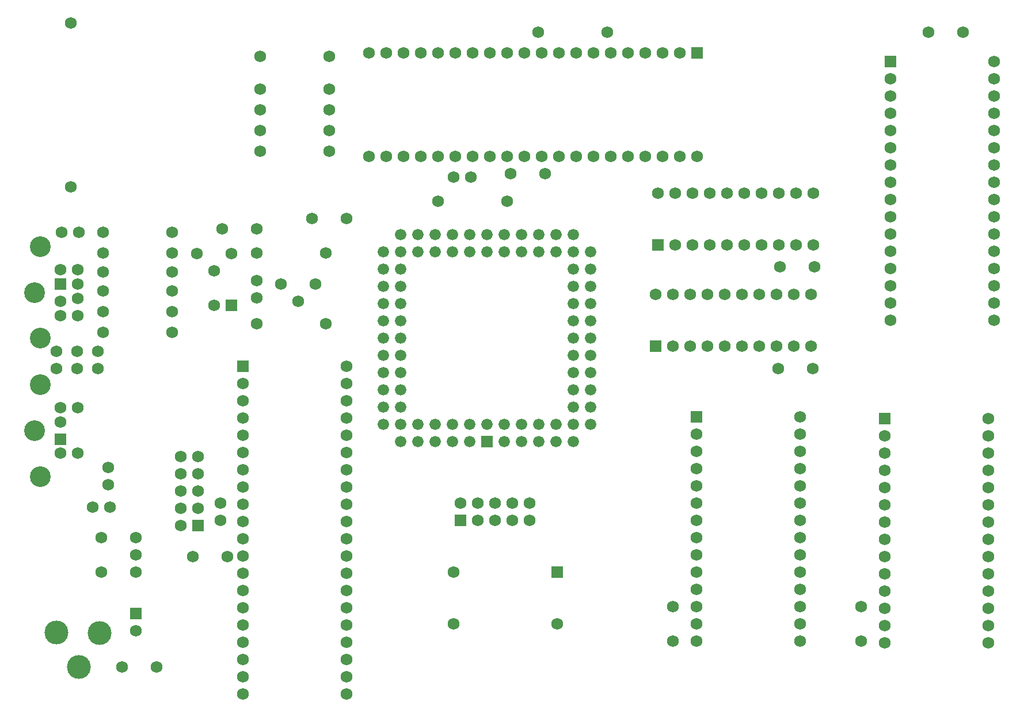
<source format=gbs>
%FSLAX25Y25*%
%MOIN*%
G70*
G01*
G75*
G04 Layer_Color=16711935*
%ADD10R,0.06800X0.06800*%
%ADD11C,0.06800*%
%ADD12R,0.06800X0.06800*%
%ADD13C,0.13800*%
%ADD14C,0.12000*%
%ADD15C,0.06600*%
%ADD16R,0.06600X0.06600*%
D10*
X515000Y391000D02*
D03*
X322000Y95000D02*
D03*
X402900Y185016D02*
D03*
X133500Y249500D02*
D03*
X511700Y184016D02*
D03*
X140300Y214248D02*
D03*
X266000Y125000D02*
D03*
D11*
X515000Y381000D02*
D03*
Y371000D02*
D03*
Y361000D02*
D03*
Y351000D02*
D03*
Y341000D02*
D03*
Y331000D02*
D03*
Y321000D02*
D03*
Y311000D02*
D03*
Y301000D02*
D03*
Y291000D02*
D03*
Y281000D02*
D03*
Y271000D02*
D03*
Y261000D02*
D03*
Y251000D02*
D03*
Y241000D02*
D03*
X575000Y391000D02*
D03*
Y381000D02*
D03*
Y371000D02*
D03*
Y361000D02*
D03*
Y351000D02*
D03*
Y341000D02*
D03*
Y331000D02*
D03*
Y321000D02*
D03*
Y311000D02*
D03*
Y301000D02*
D03*
Y291000D02*
D03*
Y281000D02*
D03*
Y271000D02*
D03*
Y261000D02*
D03*
Y251000D02*
D03*
Y241000D02*
D03*
X78000Y61000D02*
D03*
X90000Y40000D02*
D03*
X70000D02*
D03*
X113500Y279500D02*
D03*
X123500Y269500D02*
D03*
X133500Y279500D02*
D03*
X389000Y75000D02*
D03*
Y55000D02*
D03*
X322000Y65000D02*
D03*
X262000D02*
D03*
Y95000D02*
D03*
X450000Y213000D02*
D03*
X470000D02*
D03*
X462900Y55016D02*
D03*
Y65016D02*
D03*
Y75016D02*
D03*
Y85016D02*
D03*
Y95016D02*
D03*
Y105016D02*
D03*
Y115016D02*
D03*
Y125016D02*
D03*
Y135016D02*
D03*
Y145016D02*
D03*
Y155016D02*
D03*
Y165016D02*
D03*
Y175016D02*
D03*
Y185016D02*
D03*
X402900Y55016D02*
D03*
Y65016D02*
D03*
Y75016D02*
D03*
Y85016D02*
D03*
Y95016D02*
D03*
Y105016D02*
D03*
Y115016D02*
D03*
Y125016D02*
D03*
Y135016D02*
D03*
Y145016D02*
D03*
Y155016D02*
D03*
Y165016D02*
D03*
Y175016D02*
D03*
X451000Y272000D02*
D03*
X471000D02*
D03*
X389000Y226000D02*
D03*
X399000D02*
D03*
X409000D02*
D03*
X419000D02*
D03*
X429000D02*
D03*
X439000D02*
D03*
X449000D02*
D03*
X459000D02*
D03*
X469000D02*
D03*
X379000Y256000D02*
D03*
X389000D02*
D03*
X399000D02*
D03*
X409000D02*
D03*
X419000D02*
D03*
X429000D02*
D03*
X439000D02*
D03*
X449000D02*
D03*
X459000D02*
D03*
X469000D02*
D03*
X390429Y284500D02*
D03*
X400429D02*
D03*
X410429D02*
D03*
X420429D02*
D03*
X430429D02*
D03*
X440429D02*
D03*
X450429D02*
D03*
X460429D02*
D03*
X470429D02*
D03*
X380429Y314500D02*
D03*
X390429D02*
D03*
X400429D02*
D03*
X410429D02*
D03*
X420429D02*
D03*
X430429D02*
D03*
X440429D02*
D03*
X450429D02*
D03*
X460429D02*
D03*
X470429D02*
D03*
X315000Y326000D02*
D03*
X295000D02*
D03*
X272000Y324000D02*
D03*
X262000D02*
D03*
X253000Y310000D02*
D03*
X293000D02*
D03*
X351000Y408000D02*
D03*
X311000D02*
D03*
X393000Y396000D02*
D03*
X383000D02*
D03*
X373000D02*
D03*
X363000D02*
D03*
X353000D02*
D03*
X343000D02*
D03*
X333000D02*
D03*
X323000D02*
D03*
X313000D02*
D03*
X303000D02*
D03*
X293000D02*
D03*
X283000D02*
D03*
X273000D02*
D03*
X263000D02*
D03*
X253000D02*
D03*
X243000D02*
D03*
X233000D02*
D03*
X223000D02*
D03*
X213000D02*
D03*
X403000Y336000D02*
D03*
X393000D02*
D03*
X383000D02*
D03*
X373000D02*
D03*
X363000D02*
D03*
X353000D02*
D03*
X343000D02*
D03*
X333000D02*
D03*
X323000D02*
D03*
X313000D02*
D03*
X303000D02*
D03*
X293000D02*
D03*
X283000D02*
D03*
X273000D02*
D03*
X263000D02*
D03*
X253000D02*
D03*
X243000D02*
D03*
X233000D02*
D03*
X223000D02*
D03*
X213000D02*
D03*
X40500Y413250D02*
D03*
Y318250D02*
D03*
X557000Y408000D02*
D03*
X537000D02*
D03*
X111000Y104000D02*
D03*
X131000D02*
D03*
X127000Y125000D02*
D03*
Y135000D02*
D03*
X104000Y162000D02*
D03*
X114000D02*
D03*
X104000Y152000D02*
D03*
X114000D02*
D03*
X104000Y142000D02*
D03*
X114000D02*
D03*
X104000Y132000D02*
D03*
X114000D02*
D03*
X104000Y122000D02*
D03*
X123500Y249500D02*
D03*
X148000Y294000D02*
D03*
X128000D02*
D03*
X148000Y254000D02*
D03*
Y264000D02*
D03*
X162000Y262000D02*
D03*
X172000Y252000D02*
D03*
X182000Y262000D02*
D03*
X148000Y280000D02*
D03*
X188000D02*
D03*
X148000Y239000D02*
D03*
X188000D02*
D03*
X150000Y375000D02*
D03*
X190000D02*
D03*
Y363000D02*
D03*
X150000D02*
D03*
X190000Y351000D02*
D03*
X150000D02*
D03*
Y339000D02*
D03*
X190000D02*
D03*
X150000Y394000D02*
D03*
X190000D02*
D03*
X59000Y234000D02*
D03*
X99000D02*
D03*
X59000Y246000D02*
D03*
X99000D02*
D03*
X59000Y269000D02*
D03*
X99000D02*
D03*
X59000Y258000D02*
D03*
X99000D02*
D03*
X59000Y292000D02*
D03*
X99000D02*
D03*
X59000Y280000D02*
D03*
X99000D02*
D03*
X32000Y213000D02*
D03*
Y223000D02*
D03*
X45000Y292000D02*
D03*
X35000D02*
D03*
X58000Y95000D02*
D03*
Y115000D02*
D03*
X78000D02*
D03*
Y105000D02*
D03*
Y95000D02*
D03*
X34600Y251900D02*
D03*
Y270400D02*
D03*
X44500Y262000D02*
D03*
X34600Y243600D02*
D03*
X44400Y270400D02*
D03*
X44500Y253500D02*
D03*
X44400Y243600D02*
D03*
X34600Y182100D02*
D03*
Y163800D02*
D03*
Y190200D02*
D03*
X44400Y163800D02*
D03*
Y190200D02*
D03*
X56000Y223000D02*
D03*
Y213000D02*
D03*
X44000D02*
D03*
Y223000D02*
D03*
X62000Y145500D02*
D03*
Y155500D02*
D03*
X63000Y132500D02*
D03*
X53000D02*
D03*
X200000Y300000D02*
D03*
X180000D02*
D03*
X498000Y75000D02*
D03*
Y55000D02*
D03*
X571700Y54016D02*
D03*
Y64016D02*
D03*
Y74016D02*
D03*
Y84016D02*
D03*
Y94016D02*
D03*
Y104016D02*
D03*
Y114016D02*
D03*
Y124016D02*
D03*
Y134016D02*
D03*
Y144016D02*
D03*
Y154016D02*
D03*
Y164016D02*
D03*
Y174016D02*
D03*
Y184016D02*
D03*
X511700Y54016D02*
D03*
Y64016D02*
D03*
Y74016D02*
D03*
Y84016D02*
D03*
Y94016D02*
D03*
Y104016D02*
D03*
Y114016D02*
D03*
Y124016D02*
D03*
Y134016D02*
D03*
Y144016D02*
D03*
Y154016D02*
D03*
Y164016D02*
D03*
Y174016D02*
D03*
X140300Y204248D02*
D03*
Y194248D02*
D03*
Y184248D02*
D03*
Y174248D02*
D03*
Y164248D02*
D03*
Y154248D02*
D03*
Y144248D02*
D03*
Y134248D02*
D03*
Y124248D02*
D03*
Y114248D02*
D03*
Y104248D02*
D03*
Y94248D02*
D03*
Y84248D02*
D03*
Y74248D02*
D03*
Y64248D02*
D03*
Y54248D02*
D03*
Y44248D02*
D03*
Y34248D02*
D03*
Y24248D02*
D03*
X200300Y214248D02*
D03*
Y204248D02*
D03*
Y194248D02*
D03*
Y184248D02*
D03*
Y174248D02*
D03*
Y164248D02*
D03*
Y154248D02*
D03*
Y144248D02*
D03*
Y134248D02*
D03*
Y124248D02*
D03*
Y114248D02*
D03*
Y104248D02*
D03*
Y94248D02*
D03*
Y84248D02*
D03*
Y74248D02*
D03*
Y64248D02*
D03*
Y54248D02*
D03*
Y44248D02*
D03*
Y34248D02*
D03*
Y24248D02*
D03*
X306000Y135000D02*
D03*
Y125000D02*
D03*
X296000Y135000D02*
D03*
Y125000D02*
D03*
X286000Y135000D02*
D03*
Y125000D02*
D03*
X276000Y135000D02*
D03*
Y125000D02*
D03*
X266000Y135000D02*
D03*
D12*
X78000Y71000D02*
D03*
X379000Y226000D02*
D03*
X380429Y284500D02*
D03*
X403000Y396000D02*
D03*
X114000Y122000D02*
D03*
X34600Y262100D02*
D03*
Y171900D02*
D03*
D13*
X57000Y59500D02*
D03*
X45000Y40000D02*
D03*
X32000Y60000D02*
D03*
D14*
X22800Y230500D02*
D03*
X19600Y257000D02*
D03*
X22800Y283500D02*
D03*
Y150400D02*
D03*
X19600Y177000D02*
D03*
X22800Y203600D02*
D03*
D15*
X271500Y180500D02*
D03*
Y170500D02*
D03*
X261500Y180500D02*
D03*
Y170500D02*
D03*
X251500Y180500D02*
D03*
Y170500D02*
D03*
X241500Y180500D02*
D03*
Y170500D02*
D03*
X231500Y180500D02*
D03*
Y170500D02*
D03*
X221500Y180500D02*
D03*
X231500Y190500D02*
D03*
X221500D02*
D03*
X231500Y200500D02*
D03*
X221500D02*
D03*
X231500Y210500D02*
D03*
X221500D02*
D03*
X231500Y220500D02*
D03*
X221500D02*
D03*
X231500Y230500D02*
D03*
X221500D02*
D03*
X231500Y240500D02*
D03*
X221500D02*
D03*
X231500Y250500D02*
D03*
X221500D02*
D03*
X231500Y260500D02*
D03*
X221500D02*
D03*
X231500Y270500D02*
D03*
X221500D02*
D03*
X231500Y280500D02*
D03*
X221500D02*
D03*
X231500Y290500D02*
D03*
X241500Y280500D02*
D03*
Y290500D02*
D03*
X251500Y280500D02*
D03*
Y290500D02*
D03*
X261500Y280500D02*
D03*
Y290500D02*
D03*
X271500Y280500D02*
D03*
Y290500D02*
D03*
X281500Y280500D02*
D03*
Y290500D02*
D03*
X291500Y280500D02*
D03*
Y290500D02*
D03*
X301500Y280500D02*
D03*
Y290500D02*
D03*
X311500Y280500D02*
D03*
Y290500D02*
D03*
X321500Y280500D02*
D03*
Y290500D02*
D03*
X331500Y280500D02*
D03*
Y290500D02*
D03*
X341500Y280500D02*
D03*
X331500Y270500D02*
D03*
X341500D02*
D03*
X331500Y260500D02*
D03*
X341500D02*
D03*
X331500Y250500D02*
D03*
X341500D02*
D03*
X331500Y240500D02*
D03*
X341500D02*
D03*
X331500Y230500D02*
D03*
X341500D02*
D03*
X331500Y220500D02*
D03*
X341500D02*
D03*
X331500Y210500D02*
D03*
X341500D02*
D03*
X331500Y200500D02*
D03*
X341500D02*
D03*
X331500Y190500D02*
D03*
X341500D02*
D03*
X331500Y180500D02*
D03*
X341500D02*
D03*
X331500Y170500D02*
D03*
X321500Y180500D02*
D03*
Y170500D02*
D03*
X311500Y180500D02*
D03*
Y170500D02*
D03*
X301500Y180500D02*
D03*
Y170500D02*
D03*
X291500Y180500D02*
D03*
Y170500D02*
D03*
X281500Y180500D02*
D03*
D16*
Y170500D02*
D03*
M02*

</source>
